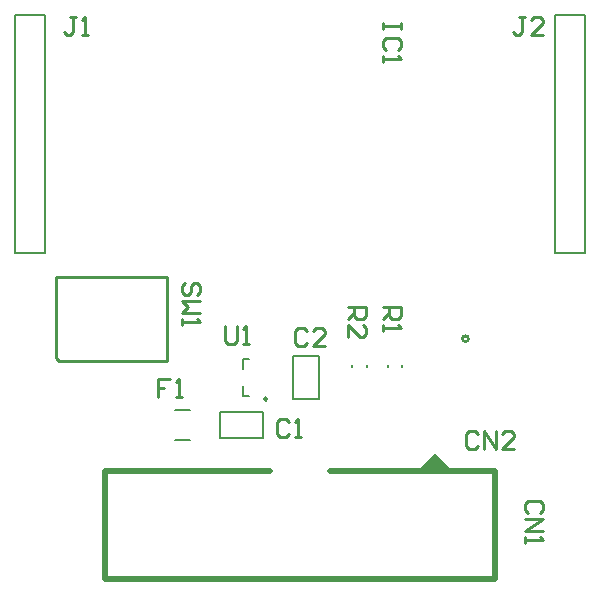
<source format=gto>
G04 Layer_Color=15132400*
%FSLAX25Y25*%
%MOIN*%
G70*
G01*
G75*
%ADD17C,0.01000*%
%ADD25C,0.00984*%
%ADD26C,0.00787*%
%ADD27C,0.02000*%
G36*
X306905Y354811D02*
X294905Y354811D01*
X300905Y360811D01*
X306905Y354811D01*
D02*
G37*
D17*
X311898Y398858D02*
G03*
X311898Y398858I-1000J0D01*
G01*
X175413Y391512D02*
X211413D01*
X174413Y392512D02*
X175413Y391512D01*
X174413Y392512D02*
Y419512D01*
X211413D01*
Y391512D02*
Y419512D01*
X289463Y503937D02*
Y501938D01*
Y502937D01*
X283465D01*
Y503937D01*
Y501938D01*
X288463Y494940D02*
X289463Y495939D01*
Y497939D01*
X288463Y498939D01*
X284464D01*
X283465Y497939D01*
Y495939D01*
X284464Y494940D01*
X283465Y492941D02*
Y490941D01*
Y491941D01*
X289463D01*
X288463Y492941D01*
X330770Y505998D02*
X328771D01*
X329771D01*
Y501000D01*
X328771Y500000D01*
X327771D01*
X326772Y501000D01*
X336768Y500000D02*
X332770D01*
X336768Y503999D01*
Y504998D01*
X335769Y505998D01*
X333769D01*
X332770Y504998D01*
X181164Y505998D02*
X179165D01*
X180164D01*
Y501000D01*
X179165Y500000D01*
X178165D01*
X177165Y501000D01*
X183163Y500000D02*
X185163D01*
X184163D01*
Y505998D01*
X183163Y504998D01*
X221534Y413324D02*
X222533Y414324D01*
Y416323D01*
X221534Y417323D01*
X220534D01*
X219534Y416323D01*
Y414324D01*
X218535Y413324D01*
X217535D01*
X216535Y414324D01*
Y416323D01*
X217535Y417323D01*
X222533Y411325D02*
X216535D01*
X218535Y409325D01*
X216535Y407326D01*
X222533D01*
X216535Y405327D02*
Y403327D01*
Y404327D01*
X222533D01*
X221534Y405327D01*
X315022Y367203D02*
X314023Y368203D01*
X312023D01*
X311024Y367203D01*
Y363204D01*
X312023Y362205D01*
X314023D01*
X315022Y363204D01*
X317022Y362205D02*
Y368203D01*
X321020Y362205D01*
Y368203D01*
X327018Y362205D02*
X323020D01*
X327018Y366203D01*
Y367203D01*
X326019Y368203D01*
X324019D01*
X323020Y367203D01*
X283465Y409449D02*
X289463D01*
Y406450D01*
X288463Y405450D01*
X286464D01*
X285464Y406450D01*
Y409449D01*
Y407449D02*
X283465Y405450D01*
Y403451D02*
Y401451D01*
Y402451D01*
X289463D01*
X288463Y403451D01*
X271654Y409449D02*
X277652D01*
Y406450D01*
X276652Y405450D01*
X274653D01*
X273653Y406450D01*
Y409449D01*
Y407449D02*
X271654Y405450D01*
Y399452D02*
Y403451D01*
X275652Y399452D01*
X276652D01*
X277652Y400452D01*
Y402451D01*
X276652Y403451D01*
X252030Y371140D02*
X251030Y372140D01*
X249031D01*
X248031Y371140D01*
Y367141D01*
X249031Y366142D01*
X251030D01*
X252030Y367141D01*
X254030Y366142D02*
X256029D01*
X255029D01*
Y372140D01*
X254030Y371140D01*
X335707Y340686D02*
X336707Y341686D01*
Y343685D01*
X335707Y344685D01*
X331708D01*
X330709Y343685D01*
Y341686D01*
X331708Y340686D01*
X330709Y338687D02*
X336707D01*
X330709Y334688D01*
X336707D01*
X330709Y332689D02*
Y330690D01*
Y331689D01*
X336707D01*
X335707Y332689D01*
X230900Y402998D02*
Y398000D01*
X231900Y397000D01*
X233899D01*
X234899Y398000D01*
Y402998D01*
X236898Y397000D02*
X238897D01*
X237898D01*
Y402998D01*
X236898Y401998D01*
X212336Y385261D02*
X208337D01*
Y382262D01*
X210336D01*
X208337D01*
Y379263D01*
X214335D02*
X216334D01*
X215335D01*
Y385261D01*
X214335Y384261D01*
X258099Y401298D02*
X257099Y402298D01*
X255100D01*
X254100Y401298D01*
Y397300D01*
X255100Y396300D01*
X257099D01*
X258099Y397300D01*
X264097Y396300D02*
X260098D01*
X264097Y400299D01*
Y401298D01*
X263097Y402298D01*
X261098D01*
X260098Y401298D01*
D25*
X244783Y378740D02*
G03*
X244783Y378740I-492J0D01*
G01*
D26*
X243307Y365748D02*
Y374409D01*
X350905Y427311D02*
Y506811D01*
X340905Y427311D02*
X350905D01*
X340905D02*
Y506811D01*
X350905D01*
X170905Y427311D02*
Y506811D01*
X160906Y427311D02*
X170905D01*
X160906D02*
Y506811D01*
X170905D01*
X285039Y389567D02*
Y389961D01*
X289764Y389567D02*
Y389961D01*
X273228Y389567D02*
Y389961D01*
X277953Y389567D02*
Y389961D01*
X229134Y365748D02*
Y374409D01*
X243307D01*
X229134Y365748D02*
X243307D01*
X236614Y388583D02*
Y391929D01*
X238583D01*
X236614Y379724D02*
Y383071D01*
Y379724D02*
X238583D01*
X214035Y375079D02*
X219035D01*
X214035Y365079D02*
X219035D01*
X253543Y378740D02*
Y392913D01*
X262205Y378740D02*
Y392913D01*
X253543D02*
X262205D01*
X253543Y378740D02*
X262205D01*
D27*
X320905Y318811D02*
Y354811D01*
X265905D02*
X320905D01*
X190905D02*
X245905D01*
X190905Y318811D02*
Y354811D01*
Y318811D02*
X320905D01*
M02*

</source>
